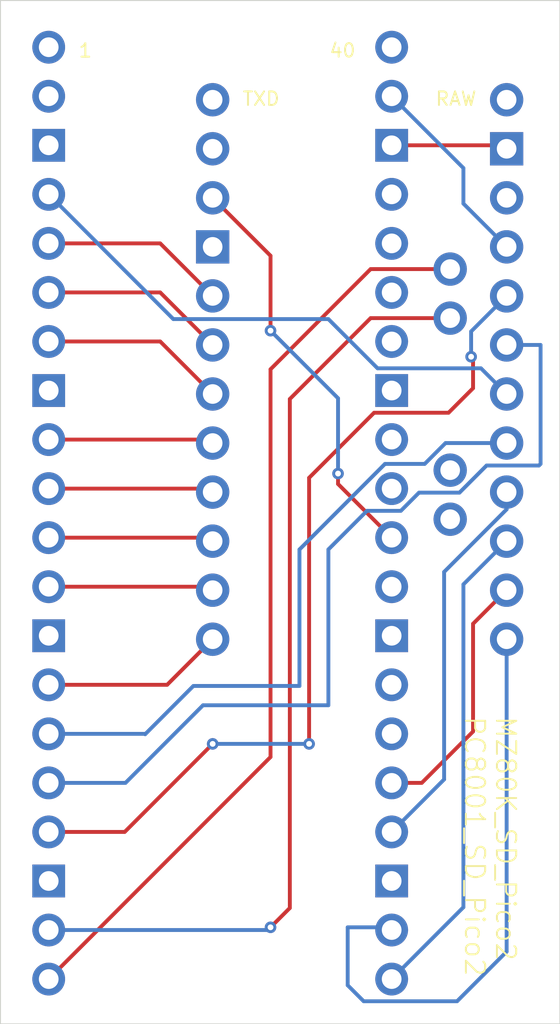
<source format=kicad_pcb>
(kicad_pcb (version 20240108) (generator "pcbnew") (generator_version "8.0")
  (title_block (title "MZ80K_SD_Pico2 / PC8001_SD_Pico2"))
  (layers (0 "F.Cu" signal) (31 "B.Cu" signal) (34 "B.Paste" user) (35 "F.Paste" user) (36 "B.SilkS" user "B.Silkscreen") (37 "F.SilkS" user "F.Silkscreen") (38 "B.Mask" user) (39 "F.Mask" user) (44 "Edge.Cuts" user))
  (net 0 "")
  (net 3 "Net-(U1-GPIO2)")
  (net 4 "Net-(U1-GPIO9)")
  (net 5 "Net-(U1-GPIO7)")
  (net 8 "Net-(A1-D13_SCK)")
  (net 9 "Net-(U1-GPIO12)")
  (net 11 "Net-(A1-A5{slash}SCL)")
  (net 12 "Net-(A1-D12_MISO)")
  (net 13 "Net-(A1-D2_INT0)")
  (net 14 "Net-(U1-RUN)")
  (net 15 "Net-(U1-VSYS)")
  (net 16 "Net-(U1-GPIO5)")
  (net 17 "Net-(U1-GPIO8)")
  (net 18 "Net-(A1-D10_CS)")
  (net 19 "Net-(U1-GPIO13)")
  (net 20 "Net-(A1-D11_MOSI)")
  (net 21 "Net-(A1-GND-PadGND2)")
  (net 22 "Net-(U1-GPIO6)")
  (net 23 "Net-(A1-D3_INT1)")
  (net 24 "Net-(U1-GPIO10)")
  (net 26 "Net-(U1-GPIO11)")
  (net 27 "Net-(A1-A4{slash}SDA)")
  (footprint "PCM_arduino-library:Arduino_Pro_Mini_Socket_NoSPH_2" (layer "F.Cu") (at 138.12 91.84)
    (property "Reference" "A1" (hide yes))
    (property "Value" "Arduino_Pro_Mini_Socket")
    (pad "A0" thru_hole circle (at 7.62 5.08) (size 1.7272 1.7272) (drill 1.016) (layers "*.Cu" "*.Mask") (net 26 "Net-(U1-GPIO11)"))
    (pad "A1" thru_hole circle (at 7.62 2.54) (size 1.7272 1.7272) (drill 1.016) (layers "*.Cu" "*.Mask") (net 3 "Net-(U1-GPIO2)"))
    (pad "A2" thru_hole circle (at 7.62 0) (size 1.7272 1.7272) (drill 1.016) (layers "*.Cu" "*.Mask") (net 9 "Net-(U1-GPIO12)"))
    (pad "A3" thru_hole circle (at 7.62 -2.54) (size 1.7272 1.7272) (drill 1.016) (layers "*.Cu" "*.Mask") (net 19 "Net-(U1-GPIO13)"))
    (pad "A4" thru_hole circle (at 4.6941 -1.3894) (size 1.7272 1.7272) (drill 1.016) (layers "*.Cu" "*.Mask") (net 27 "Net-(A1-A4{slash}SDA)"))
    (pad "A5" thru_hole circle (at 4.6941 -3.9294) (size 1.7272 1.7272) (drill 1.016) (layers "*.Cu" "*.Mask") (net 11 "Net-(A1-A5{slash}SCL)"))
    (pad "A6" thru_hole circle (at 4.6941 9.0246) (size 1.7272 1.7272) (drill 1.016) (layers "*.Cu" "*.Mask"))
    (pad "A7" thru_hole circle (at 4.6941 6.484) (size 1.7272 1.7272) (drill 1.016) (layers "*.Cu" "*.Mask"))
    (pad "D0" thru_hole circle (at -7.62 -10.16) (size 1.7272 1.7272) (drill 1.016) (layers "*.Cu" "*.Mask"))
    (pad "D1" thru_hole circle (at -7.62 -12.7) (size 1.7272 1.7272) (drill 1.016) (layers "*.Cu" "*.Mask"))
    (pad "D2" thru_hole circle (at -7.62 -2.54) (size 1.7272 1.7272) (drill 1.016) (layers "*.Cu" "*.Mask") (net 13 "Net-(A1-D2_INT0)"))
    (pad "D3" thru_hole circle (at -7.62 0) (size 1.7272 1.7272) (drill 1.016) (layers "*.Cu" "*.Mask") (net 23 "Net-(A1-D3_INT1)"))
    (pad "D4" thru_hole circle (at -7.62 2.54) (size 1.7272 1.7272) (drill 1.016) (layers "*.Cu" "*.Mask") (net 16 "Net-(U1-GPIO5)"))
    (pad "D5" thru_hole circle (at -7.62 5.08) (size 1.7272 1.7272) (drill 1.016) (layers "*.Cu" "*.Mask") (net 22 "Net-(U1-GPIO6)"))
    (pad "D6" thru_hole circle (at -7.62 7.62) (size 1.7272 1.7272) (drill 1.016) (layers "*.Cu" "*.Mask") (net 5 "Net-(U1-GPIO7)"))
    (pad "D7" thru_hole circle (at -7.62 10.16) (size 1.7272 1.7272) (drill 1.016) (layers "*.Cu" "*.Mask") (net 17 "Net-(U1-GPIO8)"))
    (pad "D8" thru_hole circle (at -7.62 12.7) (size 1.7272 1.7272) (drill 1.016) (layers "*.Cu" "*.Mask") (net 4 "Net-(U1-GPIO9)"))
    (pad "D9" thru_hole circle (at -7.62 15.24) (size 1.7272 1.7272) (drill 1.016) (layers "*.Cu" "*.Mask") (net 24 "Net-(U1-GPIO10)"))
    (pad "D10" thru_hole circle (at 7.62 15.24) (size 1.7272 1.7272) (drill 1.016) (layers "*.Cu" "*.Mask") (net 18 "Net-(A1-D10_CS)"))
    (pad "D11" thru_hole circle (at 7.62 12.7) (size 1.7272 1.7272) (drill 1.016) (layers "*.Cu" "*.Mask") (net 20 "Net-(A1-D11_MOSI)"))
    (pad "D12" thru_hole circle (at 7.62 10.16) (size 1.7272 1.7272) (drill 1.016) (layers "*.Cu" "*.Mask") (net 12 "Net-(A1-D12_MISO)"))
    (pad "D13" thru_hole circle (at 7.62 7.62) (size 1.7272 1.7272) (drill 1.016) (layers "*.Cu" "*.Mask") (net 8 "Net-(A1-D13_SCK)"))
    (pad "GND1" thru_hole rect (at -7.62 -5.08) (size 1.7272 1.7272) (drill 1.016) (layers "*.Cu" "*.Mask"))
    (pad "GND2" thru_hole rect (at 7.62 -10.16) (size 1.7272 1.7272) (drill 1.016) (layers "*.Cu" "*.Mask") (net 21 "Net-(A1-GND-PadGND2)"))
    (pad "RAW" thru_hole circle (at 7.62 -12.7) (size 1.7272 1.7272) (drill 1.016) (layers "*.Cu" "*.Mask"))
    (pad "RST1" thru_hole circle (at -7.62 -7.62) (size 1.7272 1.7272) (drill 1.016) (layers "*.Cu" "*.Mask") (net 14 "Net-(U1-RUN)"))
    (pad "RST2" thru_hole circle (at 7.62 -7.62) (size 1.7272 1.7272) (drill 1.016) (layers "*.Cu" "*.Mask"))
    (pad "Vcc1" thru_hole circle (at 7.62 -5.08) (size 1.7272 1.7272) (drill 1.016) (layers "*.Cu" "*.Mask") (net 15 "Net-(U1-VSYS)"))
  )
  (footprint "MCU_RaspberryPi_and_Boards:RPi_Pico_SMD_TH_2" (layer "F.Cu") (at 130.89 100.55)
    (property "Reference" "U1" (hide yes))
    (property "Value" "Pico")
    (pad "1" thru_hole oval (at -8.89 -24.13) (size 1.7 1.7) (drill 1.02) (layers "*.Cu" "*.Mask"))
    (pad "2" thru_hole oval (at -8.89 -21.59) (size 1.7 1.7) (drill 1.02) (layers "*.Cu" "*.Mask"))
    (pad "3" thru_hole rect (at -8.89 -19.05) (size 1.7 1.7) (drill 1.02) (layers "*.Cu" "*.Mask"))
    (pad "4" thru_hole oval (at -8.89 -16.51) (size 1.7 1.7) (drill 1.02) (layers "*.Cu" "*.Mask") (net 3 "Net-(U1-GPIO2)"))
    (pad "5" thru_hole oval (at -8.89 -13.97) (size 1.7 1.7) (drill 1.02) (layers "*.Cu" "*.Mask") (net 13 "Net-(A1-D2_INT0)"))
    (pad "6" thru_hole oval (at -8.89 -11.43) (size 1.7 1.7) (drill 1.02) (layers "*.Cu" "*.Mask") (net 23 "Net-(A1-D3_INT1)"))
    (pad "7" thru_hole oval (at -8.89 -8.89) (size 1.7 1.7) (drill 1.02) (layers "*.Cu" "*.Mask") (net 16 "Net-(U1-GPIO5)"))
    (pad "8" thru_hole rect (at -8.89 -6.35) (size 1.7 1.7) (drill 1.02) (layers "*.Cu" "*.Mask"))
    (pad "9" thru_hole oval (at -8.89 -3.81) (size 1.7 1.7) (drill 1.02) (layers "*.Cu" "*.Mask") (net 22 "Net-(U1-GPIO6)"))
    (pad "10" thru_hole oval (at -8.89 -1.27) (size 1.7 1.7) (drill 1.02) (layers "*.Cu" "*.Mask") (net 5 "Net-(U1-GPIO7)"))
    (pad "11" thru_hole oval (at -8.89 1.27) (size 1.7 1.7) (drill 1.02) (layers "*.Cu" "*.Mask") (net 17 "Net-(U1-GPIO8)"))
    (pad "12" thru_hole oval (at -8.89 3.81) (size 1.7 1.7) (drill 1.02) (layers "*.Cu" "*.Mask") (net 4 "Net-(U1-GPIO9)"))
    (pad "13" thru_hole rect (at -8.89 6.35) (size 1.7 1.7) (drill 1.02) (layers "*.Cu" "*.Mask"))
    (pad "14" thru_hole oval (at -8.89 8.89) (size 1.7 1.7) (drill 1.02) (layers "*.Cu" "*.Mask") (net 24 "Net-(U1-GPIO10)"))
    (pad "15" thru_hole oval (at -8.89 11.43) (size 1.7 1.7) (drill 1.02) (layers "*.Cu" "*.Mask") (net 26 "Net-(U1-GPIO11)"))
    (pad "16" thru_hole oval (at -8.89 13.97) (size 1.7 1.7) (drill 1.02) (layers "*.Cu" "*.Mask") (net 9 "Net-(U1-GPIO12)"))
    (pad "17" thru_hole oval (at -8.89 16.51) (size 1.7 1.7) (drill 1.02) (layers "*.Cu" "*.Mask") (net 19 "Net-(U1-GPIO13)"))
    (pad "18" thru_hole rect (at -8.89 19.05) (size 1.7 1.7) (drill 1.02) (layers "*.Cu" "*.Mask"))
    (pad "19" thru_hole oval (at -8.89 21.59) (size 1.7 1.7) (drill 1.02) (layers "*.Cu" "*.Mask") (net 27 "Net-(A1-A4{slash}SDA)"))
    (pad "20" thru_hole oval (at -8.89 24.13) (size 1.7 1.7) (drill 1.02) (layers "*.Cu" "*.Mask") (net 11 "Net-(A1-A5{slash}SCL)"))
    (pad "21" thru_hole oval (at 8.89 24.13) (size 1.7 1.7) (drill 1.02) (layers "*.Cu" "*.Mask") (net 12 "Net-(A1-D12_MISO)"))
    (pad "22" thru_hole oval (at 8.89 21.59) (size 1.7 1.7) (drill 1.02) (layers "*.Cu" "*.Mask") (net 18 "Net-(A1-D10_CS)"))
    (pad "23" thru_hole rect (at 8.89 19.05) (size 1.7 1.7) (drill 1.02) (layers "*.Cu" "*.Mask"))
    (pad "24" thru_hole oval (at 8.89 16.51) (size 1.7 1.7) (drill 1.02) (layers "*.Cu" "*.Mask") (net 8 "Net-(A1-D13_SCK)"))
    (pad "25" thru_hole oval (at 8.89 13.97) (size 1.7 1.7) (drill 1.02) (layers "*.Cu" "*.Mask") (net 20 "Net-(A1-D11_MOSI)"))
    (pad "26" thru_hole oval (at 8.89 11.43) (size 1.7 1.7) (drill 1.02) (layers "*.Cu" "*.Mask"))
    (pad "27" thru_hole oval (at 8.89 8.89) (size 1.7 1.7) (drill 1.02) (layers "*.Cu" "*.Mask"))
    (pad "28" thru_hole rect (at 8.89 6.35) (size 1.7 1.7) (drill 1.02) (layers "*.Cu" "*.Mask"))
    (pad "29" thru_hole oval (at 8.89 3.81) (size 1.7 1.7) (drill 1.02) (layers "*.Cu" "*.Mask"))
    (pad "30" thru_hole oval (at 8.89 1.27) (size 1.7 1.7) (drill 1.02) (layers "*.Cu" "*.Mask") (net 14 "Net-(U1-RUN)"))
    (pad "31" thru_hole oval (at 8.89 -1.27) (size 1.7 1.7) (drill 1.02) (layers "*.Cu" "*.Mask"))
    (pad "32" thru_hole oval (at 8.89 -3.81) (size 1.7 1.7) (drill 1.02) (layers "*.Cu" "*.Mask"))
    (pad "33" thru_hole rect (at 8.89 -6.35) (size 1.7 1.7) (drill 1.02) (layers "*.Cu" "*.Mask"))
    (pad "34" thru_hole oval (at 8.89 -8.89) (size 1.7 1.7) (drill 1.02) (layers "*.Cu" "*.Mask"))
    (pad "35" thru_hole oval (at 8.89 -11.43) (size 1.7 1.7) (drill 1.02) (layers "*.Cu" "*.Mask"))
    (pad "36" thru_hole oval (at 8.89 -13.97) (size 1.7 1.7) (drill 1.02) (layers "*.Cu" "*.Mask"))
    (pad "37" thru_hole oval (at 8.89 -16.51) (size 1.7 1.7) (drill 1.02) (layers "*.Cu" "*.Mask"))
    (pad "38" thru_hole rect (at 8.89 -19.05) (size 1.7 1.7) (drill 1.02) (layers "*.Cu" "*.Mask") (net 21 "Net-(A1-GND-PadGND2)"))
    (pad "39" thru_hole oval (at 8.89 -21.59) (size 1.7 1.7) (drill 1.02) (layers "*.Cu" "*.Mask") (net 15 "Net-(U1-VSYS)"))
    (pad "40" thru_hole oval (at 8.89 -24.13) (size 1.7 1.7) (drill 1.02) (layers "*.Cu" "*.Mask"))
  )
  (gr_rect (start 119.5 74) (end 148.5 127) (stroke (width 0.05)) (fill none) (layer "Edge.Cuts"))
  (gr_text "TXD" (at 132 79.5 0) (layer "F.SilkS") (effects (font (size 0.7 0.7) (thickness 0.1)) (justify left bottom)))
  (gr_text "MZ80K_SD_Pico2\nPC8001_SD_Pico2" (at 143.5 111 270) (layer "F.SilkS") (effects (font (size 1 1) (thickness 0.1)) (justify left bottom)))
  (gr_text "RAW" (at 142 79.5 0) (layer "F.SilkS") (effects (font (size 0.7 0.7) (thickness 0.1)) (justify left bottom)))
  (gr_text "1" (at 123.5 77 0) (layer "F.SilkS") (effects (font (size 0.7 0.7) (thickness 0.1)) (justify left bottom)))
  (gr_text "40" (at 136.5 77 0) (layer "F.SilkS") (effects (font (size 0.7 0.7) (thickness 0.1)) (justify left bottom)))
  (segment (start 139.05 93.05) (end 144.41 93.05) (width 0.2) (layer "B.Cu") (net 3))
  (segment (start 122 84.04) (end 128.46 90.5) (width 0.2) (layer "B.Cu") (net 3))
  (segment (start 136.5 90.5) (end 139.05 93.05) (width 0.2) (layer "B.Cu") (net 3))
  (segment (start 144.41 93.05) (end 145.74 94.38) (width 0.2) (layer "B.Cu") (net 3))
  (segment (start 128.46 90.5) (end 136.5 90.5) (width 0.2) (layer "B.Cu") (net 3))
  (segment (start 130.32 104.36) (end 130.5 104.54) (width 0.2) (layer "F.Cu") (net 4))
  (segment (start 122 104.36) (end 130.32 104.36) (width 0.2) (layer "F.Cu") (net 4))
  (segment (start 122 99.28) (end 130.32 99.28) (width 0.2) (layer "F.Cu") (net 5))
  (segment (start 130.32 99.28) (end 130.5 99.46) (width 0.2) (layer "F.Cu") (net 5))
  (segment (start 142.5 103.594421) (end 145.74 100.354421) (width 0.2) (layer "B.Cu") (net 8))
  (segment (start 139.78 117.06) (end 142.5 114.34) (width 0.2) (layer "B.Cu") (net 8))
  (segment (start 145.74 100.354421) (end 145.74 99.46) (width 0.2) (layer "B.Cu") (net 8))
  (segment (start 142.5 114.34) (end 142.5 103.594421) (width 0.2) (layer "B.Cu") (net 8))
  (segment (start 147.5 91.84) (end 147.5 98) (width 0.2) (layer "B.Cu") (net 9))
  (segment (start 130 110.5) (end 125.98 114.52) (width 0.2) (layer "B.Cu") (net 9))
  (segment (start 140.256346 100.43) (end 138.5 100.43) (width 0.2) (layer "B.Cu") (net 9))
  (segment (start 136.5 102.43) (end 136.5 110.5) (width 0.2) (layer "B.Cu") (net 9))
  (segment (start 141.198746 99.4876) (end 140.256346 100.43) (width 0.2) (layer "B.Cu") (net 9))
  (segment (start 147.4164 98.0836) (end 144.700079 98.0836) (width 0.2) (layer "B.Cu") (net 9))
  (segment (start 145.74 91.84) (end 147.5 91.84) (width 0.2) (layer "B.Cu") (net 9))
  (segment (start 147.5 98) (end 147.4164 98.0836) (width 0.2) (layer "B.Cu") (net 9))
  (segment (start 144.700079 98.0836) (end 143.296079 99.4876) (width 0.2) (layer "B.Cu") (net 9))
  (segment (start 143.296079 99.4876) (end 141.198746 99.4876) (width 0.2) (layer "B.Cu") (net 9))
  (segment (start 138.5 100.43) (end 136.5 102.43) (width 0.2) (layer "B.Cu") (net 9))
  (segment (start 136.5 110.5) (end 130 110.5) (width 0.2) (layer "B.Cu") (net 9))
  (segment (start 125.98 114.52) (end 122 114.52) (width 0.2) (layer "B.Cu") (net 9))
  (segment (start 122 124.68) (end 133.5 113.18) (width 0.2) (layer "F.Cu") (net 11))
  (segment (start 138.6894 87.9106) (end 142.8141 87.9106) (width 0.2) (layer "F.Cu") (net 11))
  (segment (start 133.5 113.18) (end 133.5 93.1) (width 0.2) (layer "F.Cu") (net 11))
  (segment (start 133.5 93.1) (end 138.6894 87.9106) (width 0.2) (layer "F.Cu") (net 11))
  (segment (start 143.5 120.96) (end 143.5 104.24) (width 0.2) (layer "B.Cu") (net 12))
  (segment (start 143.5 104.24) (end 145.74 102) (width 0.2) (layer "B.Cu") (net 12))
  (segment (start 139.78 124.68) (end 143.5 120.96) (width 0.2) (layer "B.Cu") (net 12))
  (segment (start 127.78 86.58) (end 130.5 89.3) (width 0.2) (layer "F.Cu") (net 13))
  (segment (start 122 86.58) (end 127.78 86.58) (width 0.2) (layer "F.Cu") (net 13))
  (segment (start 137 99.04) (end 139.78 101.82) (width 0.2) (layer "F.Cu") (net 14))
  (segment (start 130.5 84.22) (end 133.5 87.22) (width 0.2) (layer "F.Cu") (net 14))
  (segment (start 133.5 87.22) (end 133.5 91.1) (width 0.2) (layer "F.Cu") (net 14))
  (segment (start 137 98.5) (end 137 99.04) (width 0.2) (layer "F.Cu") (net 14))
  (via (at 137 98.5) (size 0.6) (drill 0.3) (layers "F.Cu" "B.Cu") (net 14))
  (via (at 133.5 91.1) (size 0.6) (drill 0.3) (layers "F.Cu" "B.Cu") (net 14))
  (segment (start 133.5 91.1) (end 137 94.6) (width 0.2) (layer "B.Cu") (net 14))
  (segment (start 137 94.6) (end 137 98.5) (width 0.2) (layer "B.Cu") (net 14))
  (segment (start 139.78 78.96) (end 143.5 82.68) (width 0.2) (layer "B.Cu") (net 15))
  (segment (start 143.5 82.68) (end 143.5 84.52) (width 0.2) (layer "B.Cu") (net 15))
  (segment (start 143.5 84.52) (end 145.74 86.76) (width 0.2) (layer "B.Cu") (net 15))
  (segment (start 122 91.66) (end 127.78 91.66) (width 0.2) (layer "F.Cu") (net 16))
  (segment (start 127.78 91.66) (end 130.5 94.38) (width 0.2) (layer "F.Cu") (net 16))
  (segment (start 122 101.82) (end 130.32 101.82) (width 0.2) (layer "F.Cu") (net 17))
  (segment (start 130.32 101.82) (end 130.5 102) (width 0.2) (layer "F.Cu") (net 17))
  (segment (start 143.17 125.83) (end 145.74 123.26) (width 0.2) (layer "B.Cu") (net 18))
  (segment (start 138.33 125.83) (end 143.17 125.83) (width 0.2) (layer "B.Cu") (net 18))
  (segment (start 137.5 125) (end 138.33 125.83) (width 0.2) (layer "B.Cu") (net 18))
  (segment (start 145.74 123.26) (end 145.74 107.08) (width 0.2) (layer "B.Cu") (net 18))
  (segment (start 139.64 122) (end 137.5 122) (width 0.2) (layer "B.Cu") (net 18))
  (segment (start 139.78 122.14) (end 139.64 122) (width 0.2) (layer "B.Cu") (net 18))
  (segment (start 137.5 122) (end 137.5 125) (width 0.2) (layer "B.Cu") (net 18))
  (segment (start 144 92.55) (end 143.9 92.45) (width 0.2) (layer "F.Cu") (net 19))
  (segment (start 125.94 117.06) (end 130.5 112.5) (width 0.2) (layer "F.Cu") (net 19))
  (segment (start 135.5 98.72) (end 138.87 95.35) (width 0.2) (layer "F.Cu") (net 19))
  (segment (start 135.5 112.5) (end 135.5 98.72) (width 0.2) (layer "F.Cu") (net 19))
  (segment (start 144 94.08) (end 144 92.55) (width 0.2) (layer "F.Cu") (net 19))
  (segment (start 138.87 95.35) (end 142.73 95.35) (width 0.2) (layer "F.Cu") (net 19))
  (segment (start 122 117.06) (end 125.94 117.06) (width 0.2) (layer "F.Cu") (net 19))
  (segment (start 142.73 95.35) (end 144 94.08) (width 0.2) (layer "F.Cu") (net 19))
  (via (at 143.9 92.45) (size 0.6) (drill 0.3) (layers "F.Cu" "B.Cu") (net 19))
  (via (at 130.5 112.5) (size 0.6) (drill 0.3) (layers "F.Cu" "B.Cu") (net 19))
  (via (at 135.5 112.5) (size 0.6) (drill 0.3) (layers "F.Cu" "B.Cu") (net 19))
  (segment (start 143.9 91.14) (end 145.74 89.3) (width 0.2) (layer "B.Cu") (net 19))
  (segment (start 143.9 92.45) (end 143.9 91.14) (width 0.2) (layer "B.Cu") (net 19))
  (segment (start 130.5 112.5) (end 135.5 112.5) (width 0.2) (layer "B.Cu") (net 19))
  (segment (start 139.78 114.52) (end 141.34 114.52) (width 0.2) (layer "F.Cu") (net 20))
  (segment (start 144 106.28) (end 145.74 104.54) (width 0.2) (layer "F.Cu") (net 20))
  (segment (start 144 111.86) (end 144 106.28) (width 0.2) (layer "F.Cu") (net 20))
  (segment (start 141.34 114.52) (end 144 111.86) (width 0.2) (layer "F.Cu") (net 20))
  (segment (start 145.56 81.5) (end 145.74 81.68) (width 0.2) (layer "F.Cu") (net 21))
  (segment (start 139.78 81.5) (end 145.56 81.5) (width 0.2) (layer "F.Cu") (net 21))
  (segment (start 122 96.74) (end 130.32 96.74) (width 0.2) (layer "F.Cu") (net 22))
  (segment (start 130.32 96.74) (end 130.5 96.92) (width 0.2) (layer "F.Cu") (net 22))
  (segment (start 127.78 89.12) (end 130.5 91.84) (width 0.2) (layer "F.Cu") (net 23))
  (segment (start 122 89.12) (end 127.78 89.12) (width 0.2) (layer "F.Cu") (net 23))
  (segment (start 128.14 109.44) (end 130.5 107.08) (width 0.2) (layer "F.Cu") (net 24))
  (segment (start 122 109.44) (end 128.14 109.44) (width 0.2) (layer "F.Cu") (net 24))
  (segment (start 135 102.433654) (end 139.433654 98) (width 0.2) (layer "B.Cu") (net 26))
  (segment (start 139.433654 98) (end 141.492521 98) (width 0.2) (layer "B.Cu") (net 26))
  (segment (start 122 111.98) (end 126.98 111.98) (width 0.2) (layer "B.Cu") (net 26))
  (segment (start 126.98 111.98) (end 127 112) (width 0.2) (layer "B.Cu") (net 26))
  (segment (start 129.5 109.5) (end 135 109.5) (width 0.2) (layer "B.Cu") (net 26))
  (segment (start 135 109.5) (end 135 102.433654) (width 0.2) (layer "B.Cu") (net 26))
  (segment (start 141.492521 98) (end 142.572521 96.92) (width 0.2) (layer "B.Cu") (net 26))
  (segment (start 142.572521 96.92) (end 145.74 96.92) (width 0.2) (layer "B.Cu") (net 26))
  (segment (start 127 112) (end 129.5 109.5) (width 0.2) (layer "B.Cu") (net 26))
  (segment (start 134.5 121) (end 134.5 94.64) (width 0.2) (layer "F.Cu") (net 27))
  (segment (start 134.5 94.64) (end 138.6894 90.4506) (width 0.2) (layer "F.Cu") (net 27))
  (segment (start 133.5 122) (end 134.5 121) (width 0.2) (layer "F.Cu") (net 27))
  (segment (start 138.6894 90.4506) (end 142.8141 90.4506) (width 0.2) (layer "F.Cu") (net 27))
  (via (at 133.5 122) (size 0.6) (drill 0.3) (layers "F.Cu" "B.Cu") (net 27))
  (segment (start 122.275735 122.415735) (end 122 122.14) (width 0.2) (layer "B.Cu") (net 27))
  (segment (start 122 122.14) (end 133.36 122.14) (width 0.2) (layer "B.Cu") (net 27))
  (segment (start 133.36 122.14) (end 133.5 122) (width 0.2) (layer "B.Cu") (net 27))
)
</source>
